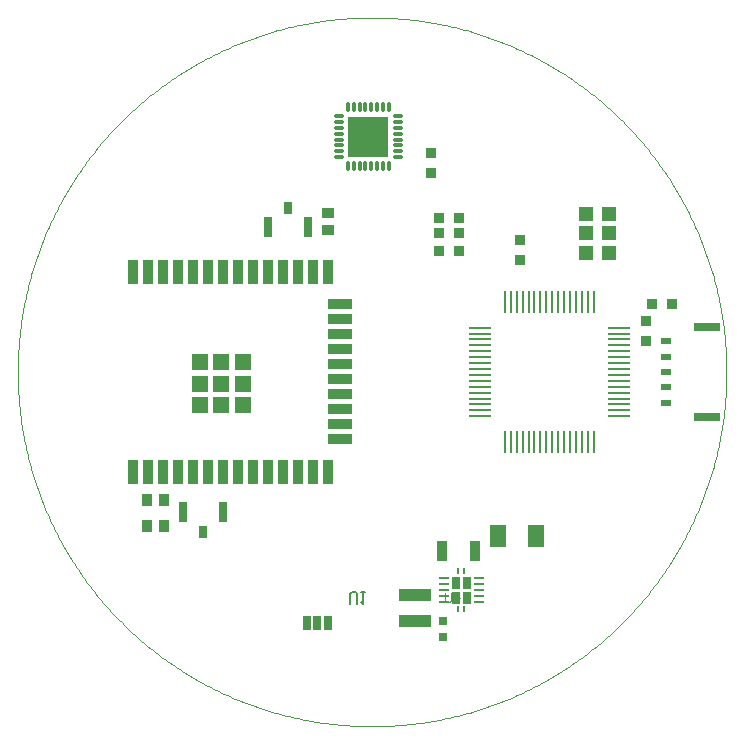
<source format=gtp>
G04*
G04 #@! TF.GenerationSoftware,Altium Limited,Altium Designer,22.4.2 (48)*
G04*
G04 Layer_Color=8421504*
%FSLAX25Y25*%
%MOIN*%
G70*
G04*
G04 #@! TF.SameCoordinates,A5219701-5F61-4D45-AD81-8ED9BC4A77AE*
G04*
G04*
G04 #@! TF.FilePolarity,Positive*
G04*
G01*
G75*
%ADD14C,0.00787*%
%ADD17C,0.00004*%
%ADD18C,0.00700*%
%ADD19C,0.00400*%
%ADD20R,0.02677X0.04134*%
%ADD21R,0.01024X0.01968*%
G04:AMPARAMS|DCode=22|XSize=11.02mil|YSize=33.47mil|CornerRadius=1.98mil|HoleSize=0mil|Usage=FLASHONLY|Rotation=0.000|XOffset=0mil|YOffset=0mil|HoleType=Round|Shape=RoundedRectangle|*
%AMROUNDEDRECTD22*
21,1,0.01102,0.02950,0,0,0.0*
21,1,0.00706,0.03347,0,0,0.0*
1,1,0.00397,0.00353,-0.01475*
1,1,0.00397,-0.00353,-0.01475*
1,1,0.00397,-0.00353,0.01475*
1,1,0.00397,0.00353,0.01475*
%
%ADD22ROUNDEDRECTD22*%
G04:AMPARAMS|DCode=23|XSize=11.02mil|YSize=33.47mil|CornerRadius=1.98mil|HoleSize=0mil|Usage=FLASHONLY|Rotation=270.000|XOffset=0mil|YOffset=0mil|HoleType=Round|Shape=RoundedRectangle|*
%AMROUNDEDRECTD23*
21,1,0.01102,0.02950,0,0,270.0*
21,1,0.00706,0.03347,0,0,270.0*
1,1,0.00397,-0.01475,-0.00353*
1,1,0.00397,-0.01475,0.00353*
1,1,0.00397,0.01475,0.00353*
1,1,0.00397,0.01475,-0.00353*
%
%ADD23ROUNDEDRECTD23*%
G04:AMPARAMS|DCode=24|XSize=135.83mil|YSize=135.83mil|CornerRadius=2.04mil|HoleSize=0mil|Usage=FLASHONLY|Rotation=180.000|XOffset=0mil|YOffset=0mil|HoleType=Round|Shape=RoundedRectangle|*
%AMROUNDEDRECTD24*
21,1,0.13583,0.13175,0,0,180.0*
21,1,0.13175,0.13583,0,0,180.0*
1,1,0.00408,-0.06588,0.06588*
1,1,0.00408,0.06588,0.06588*
1,1,0.00408,0.06588,-0.06588*
1,1,0.00408,-0.06588,-0.06588*
%
%ADD24ROUNDEDRECTD24*%
%ADD25R,0.08661X0.02953*%
%ADD26R,0.03543X0.02362*%
%ADD27R,0.10630X0.03937*%
%ADD28R,0.02500X0.05000*%
G04:AMPARAMS|DCode=29|XSize=9.06mil|YSize=31.5mil|CornerRadius=1mil|HoleSize=0mil|Usage=FLASHONLY|Rotation=90.000|XOffset=0mil|YOffset=0mil|HoleType=Round|Shape=RoundedRectangle|*
%AMROUNDEDRECTD29*
21,1,0.00906,0.02950,0,0,90.0*
21,1,0.00706,0.03150,0,0,90.0*
1,1,0.00200,0.01475,0.00353*
1,1,0.00200,0.01475,-0.00353*
1,1,0.00200,-0.01475,-0.00353*
1,1,0.00200,-0.01475,0.00353*
%
%ADD29ROUNDEDRECTD29*%
%ADD30R,0.04724X0.05118*%
%ADD31R,0.03150X0.06693*%
%ADD32R,0.03150X0.04331*%
%ADD33R,0.03543X0.03543*%
%ADD34R,0.00787X0.07284*%
G04:AMPARAMS|DCode=35|XSize=72.84mil|YSize=7.87mil|CornerRadius=0mil|HoleSize=0mil|Usage=FLASHONLY|Rotation=90.000|XOffset=0mil|YOffset=0mil|HoleType=Round|Shape=Octagon|*
%AMOCTAGOND35*
4,1,8,0.00197,0.03642,-0.00197,0.03642,-0.00394,0.03445,-0.00394,-0.03445,-0.00197,-0.03642,0.00197,-0.03642,0.00394,-0.03445,0.00394,0.03445,0.00197,0.03642,0.0*
%
%ADD35OCTAGOND35*%

%ADD36R,0.07284X0.00787*%
%ADD37R,0.05236X0.05236*%
%ADD38R,0.07874X0.03543*%
%ADD39R,0.03543X0.07874*%
%ADD40R,0.02756X0.02559*%
%ADD41R,0.05315X0.07480*%
%ADD42R,0.03740X0.06693*%
%ADD43R,0.03740X0.04134*%
%ADD44R,0.03543X0.04134*%
%ADD45R,0.04134X0.03543*%
%ADD46R,0.03543X0.03543*%
D14*
X130307Y60501D02*
Y63781D01*
X130963Y64437D01*
X132275D01*
X132931Y63781D01*
Y60501D01*
X134243Y64437D02*
X135555D01*
X134899D01*
Y60501D01*
X134243Y61157D01*
D17*
X137795Y19685D02*
X138793Y19689D01*
X139790Y19702D01*
X140787Y19723D01*
X141784Y19752D01*
X142781Y19790D01*
X143777Y19837D01*
X144773Y19891D01*
X145769Y19954D01*
X146764Y20026D01*
X147758Y20106D01*
X148751Y20194D01*
X149744Y20291D01*
X150736Y20396D01*
X151727Y20509D01*
X152717Y20631D01*
X153706Y20762D01*
X154693Y20900D01*
X155680Y21047D01*
X156665Y21202D01*
X157649Y21366D01*
X158632Y21538D01*
X159613Y21718D01*
X160592Y21906D01*
X161570Y22103D01*
X162546Y22308D01*
X163521Y22521D01*
X164493Y22742D01*
X165464Y22972D01*
X166432Y23209D01*
X167399Y23455D01*
X168364Y23709D01*
X169326Y23971D01*
X170286Y24242D01*
X171244Y24520D01*
X172199Y24807D01*
X173152Y25101D01*
X174102Y25404D01*
X175050Y25715D01*
X175996Y26033D01*
X176938Y26360D01*
X177878Y26694D01*
X178814Y27037D01*
X179748Y27387D01*
X180679Y27745D01*
X181607Y28111D01*
X182532Y28485D01*
X183453Y28867D01*
X184371Y29256D01*
X185286Y29654D01*
X186198Y30059D01*
X187106Y30471D01*
X188011Y30891D01*
X188911Y31319D01*
X189809Y31755D01*
X190702Y32198D01*
X191592Y32648D01*
X192478Y33106D01*
X193360Y33572D01*
X194239Y34045D01*
X195113Y34525D01*
X195983Y35013D01*
X196849Y35508D01*
X197710Y36010D01*
X198568Y36520D01*
X199421Y37037D01*
X200270Y37561D01*
X201114Y38092D01*
X201954Y38630D01*
X202789Y39175D01*
X203619Y39728D01*
X204445Y40287D01*
X205266Y40854D01*
X206082Y41427D01*
X206894Y42007D01*
X207700Y42594D01*
X208502Y43187D01*
X209298Y43788D01*
X210089Y44395D01*
X210876Y45009D01*
X211656Y45629D01*
X212432Y46256D01*
X213203Y46890D01*
X213967Y47530D01*
X214727Y48177D01*
X215481Y48829D01*
X216230Y49489D01*
X216973Y50154D01*
X217710Y50826D01*
X218442Y51504D01*
X219167Y52188D01*
X219887Y52878D01*
X220602Y53574D01*
X221310Y54277D01*
X222012Y54985D01*
X222709Y55699D01*
X223399Y56419D01*
X224083Y57145D01*
X224761Y57876D01*
X225433Y58614D01*
X226098Y59357D01*
X226758Y60105D01*
X227410Y60859D01*
X228057Y61619D01*
X228697Y62384D01*
X229330Y63154D01*
X229958Y63930D01*
X230578Y64711D01*
X231192Y65497D01*
X231799Y66288D01*
X232400Y67084D01*
X232994Y67886D01*
X233580Y68692D01*
X234161Y69504D01*
X234734Y70320D01*
X235300Y71141D01*
X235860Y71967D01*
X236412Y72797D01*
X236957Y73632D01*
X237496Y74472D01*
X238027Y75316D01*
X238551Y76165D01*
X239068Y77018D01*
X239578Y77875D01*
X240080Y78737D01*
X240575Y79603D01*
X241063Y80473D01*
X241543Y81347D01*
X242016Y82225D01*
X242482Y83107D01*
X242940Y83993D01*
X243390Y84883D01*
X243833Y85777D01*
X244269Y86674D01*
X244697Y87575D01*
X245117Y88480D01*
X245530Y89388D01*
X245935Y90299D01*
X246332Y91214D01*
X246722Y92132D01*
X247103Y93054D01*
X247477Y93978D01*
X247843Y94906D01*
X248201Y95837D01*
X248552Y96771D01*
X248894Y97708D01*
X249229Y98647D01*
X249556Y99590D01*
X249874Y100535D01*
X250185Y101483D01*
X250487Y102433D01*
X250782Y103386D01*
X251069Y104341D01*
X251347Y105299D01*
X251618Y106259D01*
X251880Y107221D01*
X252134Y108186D01*
X252380Y109153D01*
X252618Y110121D01*
X252847Y111092D01*
X253069Y112065D01*
X253282Y113039D01*
X253487Y114015D01*
X253683Y114993D01*
X253872Y115972D01*
X254052Y116953D01*
X254224Y117936D01*
X254387Y118920D01*
X254543Y119905D01*
X254690Y120892D01*
X254828Y121879D01*
X254959Y122868D01*
X255080Y123858D01*
X255194Y124849D01*
X255299Y125841D01*
X255396Y126834D01*
X255484Y127827D01*
X255564Y128821D01*
X255636Y129816D01*
X255699Y130812D01*
X255754Y131808D01*
X255800Y132804D01*
X255838Y133801D01*
X255868Y134798D01*
X255889Y135795D01*
X255901Y136792D01*
X255906Y137790D01*
Y137795D01*
X255901Y138793D01*
X255889Y139790D01*
X255868Y140787D01*
X255838Y141784D01*
X255800Y142781D01*
X255754Y143778D01*
X255699Y144773D01*
X255636Y145769D01*
X255564Y146764D01*
X255485Y147758D01*
X255396Y148751D01*
X255299Y149744D01*
X255194Y150736D01*
X255081Y151727D01*
X254959Y152717D01*
X254829Y153706D01*
X254690Y154694D01*
X254543Y155680D01*
X254388Y156666D01*
X254225Y157650D01*
X254053Y158632D01*
X253873Y159613D01*
X253684Y160593D01*
X253488Y161571D01*
X253283Y162547D01*
X253070Y163521D01*
X252848Y164494D01*
X252619Y165464D01*
X252381Y166433D01*
X252135Y167400D01*
X251881Y168365D01*
X251619Y169327D01*
X251348Y170287D01*
X251070Y171245D01*
X250783Y172200D01*
X250489Y173153D01*
X250186Y174104D01*
X249876Y175051D01*
X249557Y175997D01*
X249230Y176939D01*
X248896Y177879D01*
X248553Y178816D01*
X248203Y179750D01*
X247845Y180680D01*
X247479Y181608D01*
X247105Y182533D01*
X246723Y183455D01*
X246334Y184373D01*
X245936Y185288D01*
X245532Y186199D01*
X245119Y187107D01*
X244699Y188012D01*
X244271Y188913D01*
X243835Y189810D01*
X243392Y190704D01*
X242942Y191594D01*
X242483Y192480D01*
X242018Y193362D01*
X241545Y194240D01*
X241065Y195114D01*
X240577Y195984D01*
X240082Y196850D01*
X239579Y197712D01*
X239070Y198570D01*
X238553Y199423D01*
X238029Y200271D01*
X237498Y201116D01*
X236959Y201955D01*
X236414Y202790D01*
X235862Y203621D01*
X235302Y204447D01*
X234736Y205268D01*
X234163Y206084D01*
X233582Y206896D01*
X232996Y207702D01*
X232402Y208504D01*
X231801Y209300D01*
X231194Y210091D01*
X230580Y210877D01*
X229960Y211658D01*
X229332Y212434D01*
X228699Y213205D01*
X228059Y213969D01*
X227412Y214729D01*
X226760Y215483D01*
X226100Y216232D01*
X225435Y216975D01*
X224763Y217712D01*
X224085Y218443D01*
X223401Y219169D01*
X222710Y219889D01*
X222014Y220604D01*
X221312Y221312D01*
X220603Y222014D01*
X219889Y222710D01*
X219169Y223401D01*
X218443Y224085D01*
X217712Y224763D01*
X216975Y225435D01*
X216232Y226100D01*
X215483Y226760D01*
X214729Y227412D01*
X213969Y228059D01*
X213204Y228699D01*
X212434Y229333D01*
X211658Y229960D01*
X210877Y230580D01*
X210091Y231194D01*
X209300Y231801D01*
X208504Y232402D01*
X207702Y232996D01*
X206895Y233582D01*
X206084Y234163D01*
X205268Y234736D01*
X204447Y235302D01*
X203621Y235862D01*
X202790Y236414D01*
X201955Y236959D01*
X201115Y237498D01*
X200271Y238029D01*
X199423Y238553D01*
X198570Y239070D01*
X197712Y239579D01*
X196850Y240082D01*
X195984Y240577D01*
X195114Y241065D01*
X194240Y241545D01*
X193362Y242018D01*
X192480Y242483D01*
X191594Y242942D01*
X190704Y243392D01*
X189810Y243835D01*
X188913Y244271D01*
X188012Y244699D01*
X187107Y245119D01*
X186199Y245532D01*
X185288Y245936D01*
X184373Y246334D01*
X183454Y246723D01*
X182533Y247105D01*
X181608Y247479D01*
X180680Y247845D01*
X179749Y248203D01*
X178815Y248553D01*
X177879Y248896D01*
X176939Y249231D01*
X175996Y249557D01*
X175051Y249876D01*
X174103Y250186D01*
X173153Y250489D01*
X172200Y250783D01*
X171245Y251070D01*
X170287Y251348D01*
X169327Y251619D01*
X168364Y251881D01*
X167400Y252135D01*
X166433Y252381D01*
X165464Y252619D01*
X164494Y252848D01*
X163521Y253070D01*
X162547Y253283D01*
X161571Y253488D01*
X160593Y253684D01*
X159613Y253873D01*
X158632Y254053D01*
X157650Y254225D01*
X156666Y254388D01*
X155680Y254543D01*
X154694Y254690D01*
X153706Y254829D01*
X152717Y254959D01*
X151727Y255081D01*
X150736Y255194D01*
X149744Y255299D01*
X148751Y255396D01*
X147758Y255485D01*
X146764Y255564D01*
X145769Y255636D01*
X144773Y255699D01*
X143777Y255754D01*
X142781Y255800D01*
X141784Y255838D01*
X140787Y255868D01*
X139790Y255889D01*
X138793Y255901D01*
X137795Y255906D01*
X136798Y255901D01*
X135801Y255889D01*
X134803Y255868D01*
X133806Y255838D01*
X132809Y255800D01*
X131813Y255754D01*
X130817Y255699D01*
X129822Y255636D01*
X128827Y255564D01*
X127832Y255485D01*
X126839Y255396D01*
X125846Y255299D01*
X124854Y255194D01*
X123863Y255081D01*
X122873Y254959D01*
X121885Y254829D01*
X120897Y254690D01*
X119910Y254543D01*
X118925Y254388D01*
X117941Y254225D01*
X116958Y254053D01*
X115977Y253873D01*
X114998Y253684D01*
X114020Y253488D01*
X113044Y253283D01*
X112069Y253070D01*
X111097Y252848D01*
X110126Y252619D01*
X109157Y252381D01*
X108191Y252135D01*
X107226Y251881D01*
X106264Y251619D01*
X105304Y251348D01*
X104346Y251070D01*
X103390Y250783D01*
X102437Y250489D01*
X101487Y250186D01*
X100539Y249876D01*
X99594Y249557D01*
X98651Y249230D01*
X97712Y248896D01*
X96775Y248553D01*
X95841Y248203D01*
X94910Y247845D01*
X93982Y247479D01*
X93058Y247105D01*
X92136Y246723D01*
X91218Y246334D01*
X90303Y245936D01*
X89391Y245531D01*
X88483Y245119D01*
X87578Y244699D01*
X86677Y244271D01*
X85780Y243835D01*
X84886Y243392D01*
X83997Y242941D01*
X83111Y242483D01*
X82228Y242018D01*
X81350Y241545D01*
X80476Y241065D01*
X79606Y240577D01*
X78740Y240082D01*
X77878Y239579D01*
X77021Y239070D01*
X76168Y238553D01*
X75319Y238029D01*
X74475Y237498D01*
X73635Y236959D01*
X72800Y236414D01*
X71969Y235862D01*
X71144Y235302D01*
X70323Y234736D01*
X69506Y234162D01*
X68695Y233582D01*
X67888Y232995D01*
X67087Y232402D01*
X66291Y231801D01*
X65499Y231194D01*
X64713Y230580D01*
X63932Y229960D01*
X63156Y229332D01*
X62386Y228699D01*
X61621Y228059D01*
X60861Y227412D01*
X60107Y226759D01*
X59359Y226100D01*
X58616Y225435D01*
X57879Y224763D01*
X57147Y224085D01*
X56421Y223401D01*
X55701Y222710D01*
X54987Y222014D01*
X54279Y221312D01*
X53576Y220603D01*
X52880Y219889D01*
X52190Y219169D01*
X51506Y218443D01*
X50828Y217712D01*
X50156Y216974D01*
X49490Y216232D01*
X48831Y215483D01*
X48178Y214729D01*
X47532Y213969D01*
X46891Y213204D01*
X46258Y212434D01*
X45631Y211658D01*
X45010Y210877D01*
X44396Y210091D01*
X43789Y209300D01*
X43189Y208503D01*
X42595Y207702D01*
X42008Y206895D01*
X41428Y206084D01*
X40855Y205268D01*
X40288Y204447D01*
X39729Y203621D01*
X39176Y202790D01*
X38631Y201955D01*
X38093Y201115D01*
X37562Y200271D01*
X37038Y199423D01*
X36521Y198569D01*
X36011Y197712D01*
X35509Y196850D01*
X35014Y195984D01*
X34526Y195114D01*
X34045Y194240D01*
X33573Y193362D01*
X33107Y192480D01*
X32649Y191594D01*
X32198Y190704D01*
X31755Y189810D01*
X31320Y188913D01*
X30892Y188012D01*
X30472Y187107D01*
X30059Y186199D01*
X29654Y185288D01*
X29257Y184373D01*
X28867Y183454D01*
X28486Y182533D01*
X28112Y181608D01*
X27746Y180680D01*
X27387Y179749D01*
X27037Y178815D01*
X26695Y177879D01*
X26360Y176939D01*
X26033Y175996D01*
X25715Y175051D01*
X25404Y174103D01*
X25102Y173153D01*
X24807Y172200D01*
X24521Y171245D01*
X24242Y170287D01*
X23972Y169327D01*
X23709Y168364D01*
X23455Y167400D01*
X23210Y166433D01*
X22972Y165464D01*
X22742Y164494D01*
X22521Y163521D01*
X22308Y162547D01*
X22103Y161571D01*
X21906Y160593D01*
X21718Y159613D01*
X21538Y158632D01*
X21366Y157650D01*
X21202Y156666D01*
X21047Y155680D01*
X20900Y154694D01*
X20762Y153706D01*
X20631Y152717D01*
X20510Y151727D01*
X20396Y150736D01*
X20291Y149744D01*
X20194Y148751D01*
X20106Y147758D01*
X20026Y146764D01*
X19954Y145769D01*
X19891Y144773D01*
X19837Y143777D01*
X19790Y142781D01*
X19752Y141784D01*
X19723Y140787D01*
X19702Y139790D01*
X19689Y138793D01*
X19685Y137795D01*
X19689Y136798D01*
X19702Y135801D01*
X19723Y134803D01*
X19752Y133806D01*
X19790Y132809D01*
X19837Y131813D01*
X19891Y130817D01*
X19954Y129822D01*
X20026Y128827D01*
X20106Y127832D01*
X20194Y126839D01*
X20291Y125846D01*
X20396Y124854D01*
X20510Y123863D01*
X20631Y122873D01*
X20762Y121885D01*
X20900Y120897D01*
X21047Y119910D01*
X21202Y118925D01*
X21366Y117941D01*
X21538Y116958D01*
X21718Y115977D01*
X21906Y114998D01*
X22103Y114020D01*
X22308Y113044D01*
X22521Y112069D01*
X22742Y111097D01*
X22972Y110126D01*
X23210Y109157D01*
X23456Y108191D01*
X23710Y107226D01*
X23972Y106264D01*
X24242Y105304D01*
X24521Y104346D01*
X24807Y103390D01*
X25102Y102437D01*
X25404Y101487D01*
X25715Y100539D01*
X26034Y99594D01*
X26360Y98651D01*
X26695Y97712D01*
X27037Y96775D01*
X27387Y95841D01*
X27746Y94910D01*
X28112Y93982D01*
X28486Y93058D01*
X28868Y92136D01*
X29257Y91218D01*
X29654Y90303D01*
X30059Y89391D01*
X30472Y88483D01*
X30892Y87578D01*
X31320Y86677D01*
X31755Y85780D01*
X32199Y84886D01*
X32649Y83997D01*
X33107Y83111D01*
X33573Y82228D01*
X34046Y81350D01*
X34526Y80476D01*
X35014Y79606D01*
X35509Y78740D01*
X36011Y77878D01*
X36521Y77021D01*
X37038Y76168D01*
X37562Y75319D01*
X38093Y74475D01*
X38631Y73635D01*
X39177Y72800D01*
X39729Y71969D01*
X40288Y71144D01*
X40855Y70323D01*
X41428Y69506D01*
X42008Y68695D01*
X42595Y67888D01*
X43189Y67087D01*
X43789Y66291D01*
X44397Y65499D01*
X45011Y64713D01*
X45631Y63932D01*
X46258Y63156D01*
X46892Y62386D01*
X47532Y61621D01*
X48178Y60861D01*
X48831Y60107D01*
X49490Y59359D01*
X50156Y58616D01*
X50828Y57879D01*
X51506Y57147D01*
X52190Y56421D01*
X52880Y55701D01*
X53576Y54987D01*
X54279Y54279D01*
X54987Y53576D01*
X55701Y52880D01*
X56421Y52190D01*
X57147Y51506D01*
X57879Y50828D01*
X58616Y50156D01*
X59359Y49490D01*
X60107Y48831D01*
X60862Y48178D01*
X61621Y47532D01*
X62386Y46891D01*
X63156Y46258D01*
X63932Y45631D01*
X64713Y45010D01*
X65499Y44396D01*
X66291Y43789D01*
X67087Y43189D01*
X67889Y42595D01*
X68695Y42008D01*
X69507Y41428D01*
X70323Y40855D01*
X71144Y40288D01*
X71970Y39729D01*
X72800Y39176D01*
X73635Y38631D01*
X74475Y38093D01*
X75319Y37562D01*
X76168Y37038D01*
X77021Y36521D01*
X77879Y36011D01*
X78740Y35509D01*
X79606Y35014D01*
X80476Y34526D01*
X81350Y34045D01*
X82229Y33573D01*
X83111Y33107D01*
X83997Y32649D01*
X84887Y32198D01*
X85780Y31755D01*
X86678Y31320D01*
X87579Y30892D01*
X88483Y30472D01*
X89391Y30059D01*
X90303Y29654D01*
X91218Y29257D01*
X92136Y28867D01*
X93058Y28486D01*
X93982Y28112D01*
X94910Y27746D01*
X95841Y27387D01*
X96775Y27037D01*
X97712Y26695D01*
X98652Y26360D01*
X99594Y26033D01*
X100539Y25715D01*
X101487Y25404D01*
X102438Y25102D01*
X103391Y24807D01*
X104346Y24521D01*
X105304Y24242D01*
X106264Y23972D01*
X107226Y23709D01*
X108191Y23455D01*
X109158Y23210D01*
X110126Y22972D01*
X111097Y22742D01*
X112069Y22521D01*
X113044Y22308D01*
X114020Y22103D01*
X114998Y21906D01*
X115977Y21718D01*
X116958Y21538D01*
X117941Y21366D01*
X118925Y21202D01*
X119910Y21047D01*
X120896Y20900D01*
X121884Y20762D01*
X122873Y20631D01*
X123863Y20510D01*
X124854Y20396D01*
X125846Y20291D01*
X126839Y20194D01*
X127832Y20106D01*
X128826Y20026D01*
X129821Y19954D01*
X130817Y19891D01*
X131813Y19837D01*
X132809Y19790D01*
X133806Y19752D01*
X134803Y19723D01*
X135800Y19702D01*
X136797Y19689D01*
X137795Y19685D01*
D18*
X138577Y222244D02*
X135245D01*
X134579Y221578D01*
Y220245D01*
X135245Y219578D01*
X138577D01*
X137911Y218245D02*
X138577Y217579D01*
Y216246D01*
X137911Y215580D01*
X137244D01*
X136578Y216246D01*
Y216913D01*
Y216246D01*
X135912Y215580D01*
X135245D01*
X134579Y216246D01*
Y217579D01*
X135245Y218245D01*
D19*
X162067Y64042D02*
Y61543D01*
X162567Y61043D01*
X163566D01*
X164066Y61543D01*
Y64042D01*
X166565Y61043D02*
Y64042D01*
X165066Y62543D01*
X167065D01*
D20*
X165795Y62543D02*
D03*
X169339D02*
D03*
Y67543D02*
D03*
X165795D02*
D03*
D21*
X166583Y58626D02*
D03*
X168551D02*
D03*
Y71461D02*
D03*
X166583D02*
D03*
D22*
X143468Y225988D02*
D03*
X141500D02*
D03*
X139532D02*
D03*
X137563D02*
D03*
X135594D02*
D03*
X133626D02*
D03*
X131658D02*
D03*
X129689D02*
D03*
Y206500D02*
D03*
X131658D02*
D03*
X133626D02*
D03*
X135594D02*
D03*
X137563D02*
D03*
X139532D02*
D03*
X141500D02*
D03*
X143468D02*
D03*
D23*
X126835Y223134D02*
D03*
Y221165D02*
D03*
Y219197D02*
D03*
Y217228D02*
D03*
Y215260D02*
D03*
Y213291D02*
D03*
Y211323D02*
D03*
Y209354D02*
D03*
X146323D02*
D03*
Y211323D02*
D03*
Y213291D02*
D03*
Y215260D02*
D03*
Y217228D02*
D03*
Y219197D02*
D03*
Y221165D02*
D03*
Y223134D02*
D03*
D24*
X136579Y216244D02*
D03*
D25*
X249315Y152854D02*
D03*
Y122736D02*
D03*
D26*
X235929Y137795D02*
D03*
Y132677D02*
D03*
Y142913D02*
D03*
Y148031D02*
D03*
Y127559D02*
D03*
D27*
X152165Y63602D02*
D03*
Y54941D02*
D03*
D28*
X116000Y54227D02*
D03*
X119500D02*
D03*
X123000D02*
D03*
D29*
X173374Y68980D02*
D03*
Y67012D02*
D03*
Y65043D02*
D03*
Y63075D02*
D03*
Y61106D02*
D03*
X161760D02*
D03*
Y63075D02*
D03*
Y65043D02*
D03*
Y67012D02*
D03*
Y68980D02*
D03*
D30*
X209063Y184000D02*
D03*
X216937D02*
D03*
X209063Y177500D02*
D03*
X216937D02*
D03*
X209063Y190500D02*
D03*
X216937D02*
D03*
D31*
X116500Y186000D02*
D03*
X103114D02*
D03*
X88193Y91000D02*
D03*
X74807D02*
D03*
D32*
X109807Y192496D02*
D03*
X81500Y84504D02*
D03*
D33*
X166846Y178000D02*
D03*
X160154D02*
D03*
X166846Y189272D02*
D03*
X160154D02*
D03*
X166846Y184000D02*
D03*
X160154D02*
D03*
X231154Y160500D02*
D03*
X237846D02*
D03*
D34*
X187992Y114567D02*
D03*
X186024D02*
D03*
X189961D02*
D03*
X191929D02*
D03*
X193898D02*
D03*
X195866D02*
D03*
X197835D02*
D03*
X199803D02*
D03*
X201772D02*
D03*
X203740D02*
D03*
X205709D02*
D03*
X184055D02*
D03*
X211614D02*
D03*
X209646D02*
D03*
X207677D02*
D03*
X186024Y161024D02*
D03*
X184055D02*
D03*
X182087D02*
D03*
X209646D02*
D03*
X211614D02*
D03*
X187992D02*
D03*
X189961D02*
D03*
X191929D02*
D03*
X193898D02*
D03*
X195866D02*
D03*
X197835D02*
D03*
X199803D02*
D03*
X201772D02*
D03*
X203740D02*
D03*
X207677D02*
D03*
X205709D02*
D03*
D35*
X182087Y114567D02*
D03*
D36*
X220079Y148622D02*
D03*
Y150591D02*
D03*
Y152559D02*
D03*
Y125000D02*
D03*
Y123032D02*
D03*
Y146654D02*
D03*
Y144685D02*
D03*
Y142717D02*
D03*
Y140748D02*
D03*
Y138780D02*
D03*
Y136811D02*
D03*
Y134843D02*
D03*
Y132874D02*
D03*
Y130906D02*
D03*
Y126969D02*
D03*
Y128937D02*
D03*
X173622Y126969D02*
D03*
Y125000D02*
D03*
Y123032D02*
D03*
Y150591D02*
D03*
Y152559D02*
D03*
Y128937D02*
D03*
Y130906D02*
D03*
Y132874D02*
D03*
Y134843D02*
D03*
Y136811D02*
D03*
Y138780D02*
D03*
Y140748D02*
D03*
Y142717D02*
D03*
Y144685D02*
D03*
Y148622D02*
D03*
Y146654D02*
D03*
D37*
X94783Y141083D02*
D03*
Y133858D02*
D03*
Y126634D02*
D03*
X87559Y141083D02*
D03*
Y133858D02*
D03*
Y126634D02*
D03*
X80335Y141083D02*
D03*
Y133858D02*
D03*
Y126634D02*
D03*
D38*
X126969Y160295D02*
D03*
Y155295D02*
D03*
Y150295D02*
D03*
Y145295D02*
D03*
Y140295D02*
D03*
Y135295D02*
D03*
Y130295D02*
D03*
Y125295D02*
D03*
Y120295D02*
D03*
Y115295D02*
D03*
D39*
X58032Y171260D02*
D03*
X63032D02*
D03*
X68032D02*
D03*
X73032D02*
D03*
X78032D02*
D03*
X83032D02*
D03*
X88032D02*
D03*
X93032D02*
D03*
X98032D02*
D03*
X103032D02*
D03*
X108032D02*
D03*
X113032D02*
D03*
X118032D02*
D03*
X123032D02*
D03*
Y104331D02*
D03*
X118032D02*
D03*
X113032D02*
D03*
X108032D02*
D03*
X103032D02*
D03*
X98032D02*
D03*
X93032D02*
D03*
X88032D02*
D03*
X83032D02*
D03*
X78032D02*
D03*
X73032D02*
D03*
X68032D02*
D03*
X63032D02*
D03*
X58032D02*
D03*
D40*
X161500Y49343D02*
D03*
Y54658D02*
D03*
D41*
X192366Y83043D02*
D03*
X179768D02*
D03*
D42*
X172012Y78000D02*
D03*
X160988D02*
D03*
D43*
X68354Y86500D02*
D03*
X62646D02*
D03*
D44*
X68354Y95000D02*
D03*
X62646D02*
D03*
D45*
X123000Y185146D02*
D03*
Y190854D02*
D03*
D46*
X229000Y148154D02*
D03*
Y154846D02*
D03*
X187000Y181846D02*
D03*
Y175154D02*
D03*
X157500Y204154D02*
D03*
Y210846D02*
D03*
M02*

</source>
